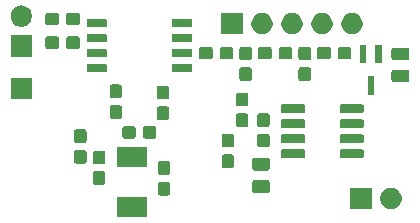
<source format=gbr>
G04 #@! TF.GenerationSoftware,KiCad,Pcbnew,(5.1.5)-3*
G04 #@! TF.CreationDate,2020-02-18T08:36:52+11:00*
G04 #@! TF.ProjectId,Heterodyne,48657465-726f-4647-996e-652e6b696361,rev?*
G04 #@! TF.SameCoordinates,Original*
G04 #@! TF.FileFunction,Soldermask,Top*
G04 #@! TF.FilePolarity,Negative*
%FSLAX46Y46*%
G04 Gerber Fmt 4.6, Leading zero omitted, Abs format (unit mm)*
G04 Created by KiCad (PCBNEW (5.1.5)-3) date 2020-02-18 08:36:52*
%MOMM*%
%LPD*%
G04 APERTURE LIST*
%ADD10C,0.100000*%
G04 APERTURE END LIST*
D10*
G36*
X114155051Y-64151284D02*
G01*
X114171446Y-64156258D01*
X114191078Y-64166751D01*
X114213717Y-64176128D01*
X114237750Y-64180908D01*
X114262254Y-64180908D01*
X114286287Y-64176127D01*
X114308922Y-64166751D01*
X114328554Y-64156258D01*
X114344949Y-64151284D01*
X114368141Y-64149000D01*
X114781859Y-64149000D01*
X114805051Y-64151284D01*
X114821446Y-64156258D01*
X114841078Y-64166751D01*
X114863717Y-64176128D01*
X114887750Y-64180908D01*
X114912254Y-64180908D01*
X114936287Y-64176127D01*
X114958922Y-64166751D01*
X114978554Y-64156258D01*
X114994949Y-64151284D01*
X115018141Y-64149000D01*
X115431859Y-64149000D01*
X115455051Y-64151284D01*
X115471446Y-64156258D01*
X115491078Y-64166751D01*
X115513717Y-64176128D01*
X115537750Y-64180908D01*
X115562254Y-64180908D01*
X115586287Y-64176127D01*
X115608922Y-64166751D01*
X115628554Y-64156258D01*
X115644949Y-64151284D01*
X115668141Y-64149000D01*
X116081859Y-64149000D01*
X116105051Y-64151284D01*
X116121443Y-64156257D01*
X116136555Y-64164334D01*
X116149798Y-64175202D01*
X116160666Y-64188445D01*
X116168743Y-64203557D01*
X116173716Y-64219949D01*
X116176000Y-64243141D01*
X116176000Y-65781859D01*
X116173716Y-65805051D01*
X116168743Y-65821443D01*
X116160666Y-65836555D01*
X116149798Y-65849798D01*
X116136555Y-65860666D01*
X116121443Y-65868743D01*
X116105051Y-65873716D01*
X116081859Y-65876000D01*
X115668141Y-65876000D01*
X115644949Y-65873716D01*
X115628554Y-65868742D01*
X115608922Y-65858249D01*
X115586283Y-65848872D01*
X115562250Y-65844092D01*
X115537746Y-65844092D01*
X115513713Y-65848873D01*
X115491078Y-65858249D01*
X115471446Y-65868742D01*
X115455051Y-65873716D01*
X115431859Y-65876000D01*
X115018141Y-65876000D01*
X114994949Y-65873716D01*
X114978554Y-65868742D01*
X114958922Y-65858249D01*
X114936283Y-65848872D01*
X114912250Y-65844092D01*
X114887746Y-65844092D01*
X114863713Y-65848873D01*
X114841078Y-65858249D01*
X114821446Y-65868742D01*
X114805051Y-65873716D01*
X114781859Y-65876000D01*
X114368141Y-65876000D01*
X114344949Y-65873716D01*
X114328554Y-65868742D01*
X114308922Y-65858249D01*
X114286283Y-65848872D01*
X114262250Y-65844092D01*
X114237746Y-65844092D01*
X114213713Y-65848873D01*
X114191078Y-65858249D01*
X114171446Y-65868742D01*
X114155051Y-65873716D01*
X114131859Y-65876000D01*
X113718141Y-65876000D01*
X113694949Y-65873716D01*
X113678557Y-65868743D01*
X113663445Y-65860666D01*
X113650202Y-65849798D01*
X113639334Y-65836555D01*
X113631257Y-65821443D01*
X113626284Y-65805051D01*
X113624000Y-65781859D01*
X113624000Y-64243141D01*
X113626284Y-64219949D01*
X113631257Y-64203557D01*
X113639334Y-64188445D01*
X113650202Y-64175202D01*
X113663445Y-64164334D01*
X113678557Y-64156257D01*
X113694949Y-64151284D01*
X113718141Y-64149000D01*
X114131859Y-64149000D01*
X114155051Y-64151284D01*
G37*
G36*
X136913512Y-63403927D02*
G01*
X137062812Y-63433624D01*
X137226784Y-63501544D01*
X137374354Y-63600147D01*
X137499853Y-63725646D01*
X137598456Y-63873216D01*
X137666376Y-64037188D01*
X137701000Y-64211259D01*
X137701000Y-64388741D01*
X137666376Y-64562812D01*
X137598456Y-64726784D01*
X137499853Y-64874354D01*
X137374354Y-64999853D01*
X137226784Y-65098456D01*
X137062812Y-65166376D01*
X136913512Y-65196073D01*
X136888742Y-65201000D01*
X136711258Y-65201000D01*
X136686488Y-65196073D01*
X136537188Y-65166376D01*
X136373216Y-65098456D01*
X136225646Y-64999853D01*
X136100147Y-64874354D01*
X136001544Y-64726784D01*
X135933624Y-64562812D01*
X135899000Y-64388741D01*
X135899000Y-64211259D01*
X135933624Y-64037188D01*
X136001544Y-63873216D01*
X136100147Y-63725646D01*
X136225646Y-63600147D01*
X136373216Y-63501544D01*
X136537188Y-63433624D01*
X136686488Y-63403927D01*
X136711258Y-63399000D01*
X136888742Y-63399000D01*
X136913512Y-63403927D01*
G37*
G36*
X135161000Y-65201000D02*
G01*
X133359000Y-65201000D01*
X133359000Y-63399000D01*
X135161000Y-63399000D01*
X135161000Y-65201000D01*
G37*
G36*
X117964499Y-62903445D02*
G01*
X118001995Y-62914820D01*
X118036554Y-62933292D01*
X118066847Y-62958153D01*
X118091708Y-62988446D01*
X118110180Y-63023005D01*
X118121555Y-63060501D01*
X118126000Y-63105638D01*
X118126000Y-63844362D01*
X118121555Y-63889499D01*
X118110180Y-63926995D01*
X118091708Y-63961554D01*
X118066847Y-63991847D01*
X118036554Y-64016708D01*
X118001995Y-64035180D01*
X117964499Y-64046555D01*
X117919362Y-64051000D01*
X117280638Y-64051000D01*
X117235501Y-64046555D01*
X117198005Y-64035180D01*
X117163446Y-64016708D01*
X117133153Y-63991847D01*
X117108292Y-63961554D01*
X117089820Y-63926995D01*
X117078445Y-63889499D01*
X117074000Y-63844362D01*
X117074000Y-63105638D01*
X117078445Y-63060501D01*
X117089820Y-63023005D01*
X117108292Y-62988446D01*
X117133153Y-62958153D01*
X117163446Y-62933292D01*
X117198005Y-62914820D01*
X117235501Y-62903445D01*
X117280638Y-62899000D01*
X117919362Y-62899000D01*
X117964499Y-62903445D01*
G37*
G36*
X126384468Y-62741065D02*
G01*
X126423138Y-62752796D01*
X126458777Y-62771846D01*
X126490017Y-62797483D01*
X126515654Y-62828723D01*
X126534704Y-62864362D01*
X126546435Y-62903032D01*
X126551000Y-62949388D01*
X126551000Y-63600612D01*
X126546435Y-63646968D01*
X126534704Y-63685638D01*
X126515654Y-63721277D01*
X126490017Y-63752517D01*
X126458777Y-63778154D01*
X126423138Y-63797204D01*
X126384468Y-63808935D01*
X126338112Y-63813500D01*
X125261888Y-63813500D01*
X125215532Y-63808935D01*
X125176862Y-63797204D01*
X125141223Y-63778154D01*
X125109983Y-63752517D01*
X125084346Y-63721277D01*
X125065296Y-63685638D01*
X125053565Y-63646968D01*
X125049000Y-63600612D01*
X125049000Y-62949388D01*
X125053565Y-62903032D01*
X125065296Y-62864362D01*
X125084346Y-62828723D01*
X125109983Y-62797483D01*
X125141223Y-62771846D01*
X125176862Y-62752796D01*
X125215532Y-62741065D01*
X125261888Y-62736500D01*
X126338112Y-62736500D01*
X126384468Y-62741065D01*
G37*
G36*
X112464499Y-62003445D02*
G01*
X112501995Y-62014820D01*
X112536554Y-62033292D01*
X112566847Y-62058153D01*
X112591708Y-62088446D01*
X112610180Y-62123005D01*
X112621555Y-62160501D01*
X112626000Y-62205638D01*
X112626000Y-62944362D01*
X112621555Y-62989499D01*
X112610180Y-63026995D01*
X112591708Y-63061554D01*
X112566847Y-63091847D01*
X112536554Y-63116708D01*
X112501995Y-63135180D01*
X112464499Y-63146555D01*
X112419362Y-63151000D01*
X111780638Y-63151000D01*
X111735501Y-63146555D01*
X111698005Y-63135180D01*
X111663446Y-63116708D01*
X111633153Y-63091847D01*
X111608292Y-63061554D01*
X111589820Y-63026995D01*
X111578445Y-62989499D01*
X111574000Y-62944362D01*
X111574000Y-62205638D01*
X111578445Y-62160501D01*
X111589820Y-62123005D01*
X111608292Y-62088446D01*
X111633153Y-62058153D01*
X111663446Y-62033292D01*
X111698005Y-62014820D01*
X111735501Y-62003445D01*
X111780638Y-61999000D01*
X112419362Y-61999000D01*
X112464499Y-62003445D01*
G37*
G36*
X117964499Y-61153445D02*
G01*
X118001995Y-61164820D01*
X118036554Y-61183292D01*
X118066847Y-61208153D01*
X118091708Y-61238446D01*
X118110180Y-61273005D01*
X118121555Y-61310501D01*
X118126000Y-61355638D01*
X118126000Y-62094362D01*
X118121555Y-62139499D01*
X118110180Y-62176995D01*
X118091708Y-62211554D01*
X118066847Y-62241847D01*
X118036554Y-62266708D01*
X118001995Y-62285180D01*
X117964499Y-62296555D01*
X117919362Y-62301000D01*
X117280638Y-62301000D01*
X117235501Y-62296555D01*
X117198005Y-62285180D01*
X117163446Y-62266708D01*
X117133153Y-62241847D01*
X117108292Y-62211554D01*
X117089820Y-62176995D01*
X117078445Y-62139499D01*
X117074000Y-62094362D01*
X117074000Y-61355638D01*
X117078445Y-61310501D01*
X117089820Y-61273005D01*
X117108292Y-61238446D01*
X117133153Y-61208153D01*
X117163446Y-61183292D01*
X117198005Y-61164820D01*
X117235501Y-61153445D01*
X117280638Y-61149000D01*
X117919362Y-61149000D01*
X117964499Y-61153445D01*
G37*
G36*
X126384468Y-60866065D02*
G01*
X126423138Y-60877796D01*
X126458777Y-60896846D01*
X126490017Y-60922483D01*
X126515654Y-60953723D01*
X126534704Y-60989362D01*
X126546435Y-61028032D01*
X126551000Y-61074388D01*
X126551000Y-61725612D01*
X126546435Y-61771968D01*
X126534704Y-61810638D01*
X126515654Y-61846277D01*
X126490017Y-61877517D01*
X126458777Y-61903154D01*
X126423138Y-61922204D01*
X126384468Y-61933935D01*
X126338112Y-61938500D01*
X125261888Y-61938500D01*
X125215532Y-61933935D01*
X125176862Y-61922204D01*
X125141223Y-61903154D01*
X125109983Y-61877517D01*
X125084346Y-61846277D01*
X125065296Y-61810638D01*
X125053565Y-61771968D01*
X125049000Y-61725612D01*
X125049000Y-61074388D01*
X125053565Y-61028032D01*
X125065296Y-60989362D01*
X125084346Y-60953723D01*
X125109983Y-60922483D01*
X125141223Y-60896846D01*
X125176862Y-60877796D01*
X125215532Y-60866065D01*
X125261888Y-60861500D01*
X126338112Y-60861500D01*
X126384468Y-60866065D01*
G37*
G36*
X123364499Y-60578445D02*
G01*
X123401995Y-60589820D01*
X123436554Y-60608292D01*
X123466847Y-60633153D01*
X123491708Y-60663446D01*
X123510180Y-60698005D01*
X123521555Y-60735501D01*
X123526000Y-60780638D01*
X123526000Y-61519362D01*
X123521555Y-61564499D01*
X123510180Y-61601995D01*
X123491708Y-61636554D01*
X123466847Y-61666847D01*
X123436554Y-61691708D01*
X123401995Y-61710180D01*
X123364499Y-61721555D01*
X123319362Y-61726000D01*
X122680638Y-61726000D01*
X122635501Y-61721555D01*
X122598005Y-61710180D01*
X122563446Y-61691708D01*
X122533153Y-61666847D01*
X122508292Y-61636554D01*
X122489820Y-61601995D01*
X122478445Y-61564499D01*
X122474000Y-61519362D01*
X122474000Y-60780638D01*
X122478445Y-60735501D01*
X122489820Y-60698005D01*
X122508292Y-60663446D01*
X122533153Y-60633153D01*
X122563446Y-60608292D01*
X122598005Y-60589820D01*
X122635501Y-60578445D01*
X122680638Y-60574000D01*
X123319362Y-60574000D01*
X123364499Y-60578445D01*
G37*
G36*
X114155051Y-59926284D02*
G01*
X114171446Y-59931258D01*
X114191078Y-59941751D01*
X114213717Y-59951128D01*
X114237750Y-59955908D01*
X114262254Y-59955908D01*
X114286287Y-59951127D01*
X114308922Y-59941751D01*
X114328554Y-59931258D01*
X114344949Y-59926284D01*
X114368141Y-59924000D01*
X114781859Y-59924000D01*
X114805051Y-59926284D01*
X114821446Y-59931258D01*
X114841078Y-59941751D01*
X114863717Y-59951128D01*
X114887750Y-59955908D01*
X114912254Y-59955908D01*
X114936287Y-59951127D01*
X114958922Y-59941751D01*
X114978554Y-59931258D01*
X114994949Y-59926284D01*
X115018141Y-59924000D01*
X115431859Y-59924000D01*
X115455051Y-59926284D01*
X115471446Y-59931258D01*
X115491078Y-59941751D01*
X115513717Y-59951128D01*
X115537750Y-59955908D01*
X115562254Y-59955908D01*
X115586287Y-59951127D01*
X115608922Y-59941751D01*
X115628554Y-59931258D01*
X115644949Y-59926284D01*
X115668141Y-59924000D01*
X116081859Y-59924000D01*
X116105051Y-59926284D01*
X116121443Y-59931257D01*
X116136555Y-59939334D01*
X116149798Y-59950202D01*
X116160666Y-59963445D01*
X116168743Y-59978557D01*
X116173716Y-59994949D01*
X116176000Y-60018141D01*
X116176000Y-61556859D01*
X116173716Y-61580051D01*
X116168743Y-61596443D01*
X116160666Y-61611555D01*
X116149798Y-61624798D01*
X116136555Y-61635666D01*
X116121443Y-61643743D01*
X116105051Y-61648716D01*
X116081859Y-61651000D01*
X115668141Y-61651000D01*
X115644949Y-61648716D01*
X115628554Y-61643742D01*
X115608922Y-61633249D01*
X115586283Y-61623872D01*
X115562250Y-61619092D01*
X115537746Y-61619092D01*
X115513713Y-61623873D01*
X115491078Y-61633249D01*
X115471446Y-61643742D01*
X115455051Y-61648716D01*
X115431859Y-61651000D01*
X115018141Y-61651000D01*
X114994949Y-61648716D01*
X114978554Y-61643742D01*
X114958922Y-61633249D01*
X114936283Y-61623872D01*
X114912250Y-61619092D01*
X114887746Y-61619092D01*
X114863713Y-61623873D01*
X114841078Y-61633249D01*
X114821446Y-61643742D01*
X114805051Y-61648716D01*
X114781859Y-61651000D01*
X114368141Y-61651000D01*
X114344949Y-61648716D01*
X114328554Y-61643742D01*
X114308922Y-61633249D01*
X114286283Y-61623872D01*
X114262250Y-61619092D01*
X114237746Y-61619092D01*
X114213713Y-61623873D01*
X114191078Y-61633249D01*
X114171446Y-61643742D01*
X114155051Y-61648716D01*
X114131859Y-61651000D01*
X113718141Y-61651000D01*
X113694949Y-61648716D01*
X113678557Y-61643743D01*
X113663445Y-61635666D01*
X113650202Y-61624798D01*
X113639334Y-61611555D01*
X113631257Y-61596443D01*
X113626284Y-61580051D01*
X113624000Y-61556859D01*
X113624000Y-60018141D01*
X113626284Y-59994949D01*
X113631257Y-59978557D01*
X113639334Y-59963445D01*
X113650202Y-59950202D01*
X113663445Y-59939334D01*
X113678557Y-59931257D01*
X113694949Y-59926284D01*
X113718141Y-59924000D01*
X114131859Y-59924000D01*
X114155051Y-59926284D01*
G37*
G36*
X112464499Y-60253445D02*
G01*
X112501995Y-60264820D01*
X112536554Y-60283292D01*
X112566847Y-60308153D01*
X112591708Y-60338446D01*
X112610180Y-60373005D01*
X112621555Y-60410501D01*
X112626000Y-60455638D01*
X112626000Y-61194362D01*
X112621555Y-61239499D01*
X112610180Y-61276995D01*
X112591708Y-61311554D01*
X112566847Y-61341847D01*
X112536554Y-61366708D01*
X112501995Y-61385180D01*
X112464499Y-61396555D01*
X112419362Y-61401000D01*
X111780638Y-61401000D01*
X111735501Y-61396555D01*
X111698005Y-61385180D01*
X111663446Y-61366708D01*
X111633153Y-61341847D01*
X111608292Y-61311554D01*
X111589820Y-61276995D01*
X111578445Y-61239499D01*
X111574000Y-61194362D01*
X111574000Y-60455638D01*
X111578445Y-60410501D01*
X111589820Y-60373005D01*
X111608292Y-60338446D01*
X111633153Y-60308153D01*
X111663446Y-60283292D01*
X111698005Y-60264820D01*
X111735501Y-60253445D01*
X111780638Y-60249000D01*
X112419362Y-60249000D01*
X112464499Y-60253445D01*
G37*
G36*
X110864499Y-60203445D02*
G01*
X110901995Y-60214820D01*
X110936554Y-60233292D01*
X110966847Y-60258153D01*
X110991708Y-60288446D01*
X111010180Y-60323005D01*
X111021555Y-60360501D01*
X111026000Y-60405638D01*
X111026000Y-61144362D01*
X111021555Y-61189499D01*
X111010180Y-61226995D01*
X110991708Y-61261554D01*
X110966847Y-61291847D01*
X110936554Y-61316708D01*
X110901995Y-61335180D01*
X110864499Y-61346555D01*
X110819362Y-61351000D01*
X110180638Y-61351000D01*
X110135501Y-61346555D01*
X110098005Y-61335180D01*
X110063446Y-61316708D01*
X110033153Y-61291847D01*
X110008292Y-61261554D01*
X109989820Y-61226995D01*
X109978445Y-61189499D01*
X109974000Y-61144362D01*
X109974000Y-60405638D01*
X109978445Y-60360501D01*
X109989820Y-60323005D01*
X110008292Y-60288446D01*
X110033153Y-60258153D01*
X110063446Y-60233292D01*
X110098005Y-60214820D01*
X110135501Y-60203445D01*
X110180638Y-60199000D01*
X110819362Y-60199000D01*
X110864499Y-60203445D01*
G37*
G36*
X134409928Y-60156764D02*
G01*
X134431009Y-60163160D01*
X134450445Y-60173548D01*
X134467476Y-60187524D01*
X134481452Y-60204555D01*
X134491840Y-60223991D01*
X134498236Y-60245072D01*
X134501000Y-60273140D01*
X134501000Y-60736860D01*
X134498236Y-60764928D01*
X134491840Y-60786009D01*
X134481452Y-60805445D01*
X134467476Y-60822476D01*
X134450445Y-60836452D01*
X134431009Y-60846840D01*
X134409928Y-60853236D01*
X134381860Y-60856000D01*
X132568140Y-60856000D01*
X132540072Y-60853236D01*
X132518991Y-60846840D01*
X132499555Y-60836452D01*
X132482524Y-60822476D01*
X132468548Y-60805445D01*
X132458160Y-60786009D01*
X132451764Y-60764928D01*
X132449000Y-60736860D01*
X132449000Y-60273140D01*
X132451764Y-60245072D01*
X132458160Y-60223991D01*
X132468548Y-60204555D01*
X132482524Y-60187524D01*
X132499555Y-60173548D01*
X132518991Y-60163160D01*
X132540072Y-60156764D01*
X132568140Y-60154000D01*
X134381860Y-60154000D01*
X134409928Y-60156764D01*
G37*
G36*
X129459928Y-60156764D02*
G01*
X129481009Y-60163160D01*
X129500445Y-60173548D01*
X129517476Y-60187524D01*
X129531452Y-60204555D01*
X129541840Y-60223991D01*
X129548236Y-60245072D01*
X129551000Y-60273140D01*
X129551000Y-60736860D01*
X129548236Y-60764928D01*
X129541840Y-60786009D01*
X129531452Y-60805445D01*
X129517476Y-60822476D01*
X129500445Y-60836452D01*
X129481009Y-60846840D01*
X129459928Y-60853236D01*
X129431860Y-60856000D01*
X127618140Y-60856000D01*
X127590072Y-60853236D01*
X127568991Y-60846840D01*
X127549555Y-60836452D01*
X127532524Y-60822476D01*
X127518548Y-60805445D01*
X127508160Y-60786009D01*
X127501764Y-60764928D01*
X127499000Y-60736860D01*
X127499000Y-60273140D01*
X127501764Y-60245072D01*
X127508160Y-60223991D01*
X127518548Y-60204555D01*
X127532524Y-60187524D01*
X127549555Y-60173548D01*
X127568991Y-60163160D01*
X127590072Y-60156764D01*
X127618140Y-60154000D01*
X129431860Y-60154000D01*
X129459928Y-60156764D01*
G37*
G36*
X123364499Y-58828445D02*
G01*
X123401995Y-58839820D01*
X123436554Y-58858292D01*
X123466847Y-58883153D01*
X123491708Y-58913446D01*
X123510180Y-58948005D01*
X123521555Y-58985501D01*
X123526000Y-59030638D01*
X123526000Y-59769362D01*
X123521555Y-59814499D01*
X123510180Y-59851995D01*
X123491708Y-59886554D01*
X123466847Y-59916847D01*
X123436554Y-59941708D01*
X123401995Y-59960180D01*
X123364499Y-59971555D01*
X123319362Y-59976000D01*
X122680638Y-59976000D01*
X122635501Y-59971555D01*
X122598005Y-59960180D01*
X122563446Y-59941708D01*
X122533153Y-59916847D01*
X122508292Y-59886554D01*
X122489820Y-59851995D01*
X122478445Y-59814499D01*
X122474000Y-59769362D01*
X122474000Y-59030638D01*
X122478445Y-58985501D01*
X122489820Y-58948005D01*
X122508292Y-58913446D01*
X122533153Y-58883153D01*
X122563446Y-58858292D01*
X122598005Y-58839820D01*
X122635501Y-58828445D01*
X122680638Y-58824000D01*
X123319362Y-58824000D01*
X123364499Y-58828445D01*
G37*
G36*
X126364499Y-58828445D02*
G01*
X126401995Y-58839820D01*
X126436554Y-58858292D01*
X126466847Y-58883153D01*
X126491708Y-58913446D01*
X126510180Y-58948005D01*
X126521555Y-58985501D01*
X126526000Y-59030638D01*
X126526000Y-59769362D01*
X126521555Y-59814499D01*
X126510180Y-59851995D01*
X126491708Y-59886554D01*
X126466847Y-59916847D01*
X126436554Y-59941708D01*
X126401995Y-59960180D01*
X126364499Y-59971555D01*
X126319362Y-59976000D01*
X125680638Y-59976000D01*
X125635501Y-59971555D01*
X125598005Y-59960180D01*
X125563446Y-59941708D01*
X125533153Y-59916847D01*
X125508292Y-59886554D01*
X125489820Y-59851995D01*
X125478445Y-59814499D01*
X125474000Y-59769362D01*
X125474000Y-59030638D01*
X125478445Y-58985501D01*
X125489820Y-58948005D01*
X125508292Y-58913446D01*
X125533153Y-58883153D01*
X125563446Y-58858292D01*
X125598005Y-58839820D01*
X125635501Y-58828445D01*
X125680638Y-58824000D01*
X126319362Y-58824000D01*
X126364499Y-58828445D01*
G37*
G36*
X110864499Y-58453445D02*
G01*
X110901995Y-58464820D01*
X110936554Y-58483292D01*
X110966847Y-58508153D01*
X110991708Y-58538446D01*
X111010180Y-58573005D01*
X111021555Y-58610501D01*
X111026000Y-58655638D01*
X111026000Y-59394362D01*
X111021555Y-59439499D01*
X111010180Y-59476995D01*
X110991708Y-59511554D01*
X110966847Y-59541847D01*
X110936554Y-59566708D01*
X110901995Y-59585180D01*
X110864499Y-59596555D01*
X110819362Y-59601000D01*
X110180638Y-59601000D01*
X110135501Y-59596555D01*
X110098005Y-59585180D01*
X110063446Y-59566708D01*
X110033153Y-59541847D01*
X110008292Y-59511554D01*
X109989820Y-59476995D01*
X109978445Y-59439499D01*
X109974000Y-59394362D01*
X109974000Y-58655638D01*
X109978445Y-58610501D01*
X109989820Y-58573005D01*
X110008292Y-58538446D01*
X110033153Y-58508153D01*
X110063446Y-58483292D01*
X110098005Y-58464820D01*
X110135501Y-58453445D01*
X110180638Y-58449000D01*
X110819362Y-58449000D01*
X110864499Y-58453445D01*
G37*
G36*
X134409928Y-58886764D02*
G01*
X134431009Y-58893160D01*
X134450445Y-58903548D01*
X134467476Y-58917524D01*
X134481452Y-58934555D01*
X134491840Y-58953991D01*
X134498236Y-58975072D01*
X134501000Y-59003140D01*
X134501000Y-59466860D01*
X134498236Y-59494928D01*
X134491840Y-59516009D01*
X134481452Y-59535445D01*
X134467476Y-59552476D01*
X134450445Y-59566452D01*
X134431009Y-59576840D01*
X134409928Y-59583236D01*
X134381860Y-59586000D01*
X132568140Y-59586000D01*
X132540072Y-59583236D01*
X132518991Y-59576840D01*
X132499555Y-59566452D01*
X132482524Y-59552476D01*
X132468548Y-59535445D01*
X132458160Y-59516009D01*
X132451764Y-59494928D01*
X132449000Y-59466860D01*
X132449000Y-59003140D01*
X132451764Y-58975072D01*
X132458160Y-58953991D01*
X132468548Y-58934555D01*
X132482524Y-58917524D01*
X132499555Y-58903548D01*
X132518991Y-58893160D01*
X132540072Y-58886764D01*
X132568140Y-58884000D01*
X134381860Y-58884000D01*
X134409928Y-58886764D01*
G37*
G36*
X129459928Y-58886764D02*
G01*
X129481009Y-58893160D01*
X129500445Y-58903548D01*
X129517476Y-58917524D01*
X129531452Y-58934555D01*
X129541840Y-58953991D01*
X129548236Y-58975072D01*
X129551000Y-59003140D01*
X129551000Y-59466860D01*
X129548236Y-59494928D01*
X129541840Y-59516009D01*
X129531452Y-59535445D01*
X129517476Y-59552476D01*
X129500445Y-59566452D01*
X129481009Y-59576840D01*
X129459928Y-59583236D01*
X129431860Y-59586000D01*
X127618140Y-59586000D01*
X127590072Y-59583236D01*
X127568991Y-59576840D01*
X127549555Y-59566452D01*
X127532524Y-59552476D01*
X127518548Y-59535445D01*
X127508160Y-59516009D01*
X127501764Y-59494928D01*
X127499000Y-59466860D01*
X127499000Y-59003140D01*
X127501764Y-58975072D01*
X127508160Y-58953991D01*
X127518548Y-58934555D01*
X127532524Y-58917524D01*
X127549555Y-58903548D01*
X127568991Y-58893160D01*
X127590072Y-58886764D01*
X127618140Y-58884000D01*
X129431860Y-58884000D01*
X129459928Y-58886764D01*
G37*
G36*
X116789499Y-58178445D02*
G01*
X116826995Y-58189820D01*
X116861554Y-58208292D01*
X116891847Y-58233153D01*
X116916708Y-58263446D01*
X116935180Y-58298005D01*
X116946555Y-58335501D01*
X116951000Y-58380638D01*
X116951000Y-59019362D01*
X116946555Y-59064499D01*
X116935180Y-59101995D01*
X116916708Y-59136554D01*
X116891847Y-59166847D01*
X116861554Y-59191708D01*
X116826995Y-59210180D01*
X116789499Y-59221555D01*
X116744362Y-59226000D01*
X116005638Y-59226000D01*
X115960501Y-59221555D01*
X115923005Y-59210180D01*
X115888446Y-59191708D01*
X115858153Y-59166847D01*
X115833292Y-59136554D01*
X115814820Y-59101995D01*
X115803445Y-59064499D01*
X115799000Y-59019362D01*
X115799000Y-58380638D01*
X115803445Y-58335501D01*
X115814820Y-58298005D01*
X115833292Y-58263446D01*
X115858153Y-58233153D01*
X115888446Y-58208292D01*
X115923005Y-58189820D01*
X115960501Y-58178445D01*
X116005638Y-58174000D01*
X116744362Y-58174000D01*
X116789499Y-58178445D01*
G37*
G36*
X115039499Y-58178445D02*
G01*
X115076995Y-58189820D01*
X115111554Y-58208292D01*
X115141847Y-58233153D01*
X115166708Y-58263446D01*
X115185180Y-58298005D01*
X115196555Y-58335501D01*
X115201000Y-58380638D01*
X115201000Y-59019362D01*
X115196555Y-59064499D01*
X115185180Y-59101995D01*
X115166708Y-59136554D01*
X115141847Y-59166847D01*
X115111554Y-59191708D01*
X115076995Y-59210180D01*
X115039499Y-59221555D01*
X114994362Y-59226000D01*
X114255638Y-59226000D01*
X114210501Y-59221555D01*
X114173005Y-59210180D01*
X114138446Y-59191708D01*
X114108153Y-59166847D01*
X114083292Y-59136554D01*
X114064820Y-59101995D01*
X114053445Y-59064499D01*
X114049000Y-59019362D01*
X114049000Y-58380638D01*
X114053445Y-58335501D01*
X114064820Y-58298005D01*
X114083292Y-58263446D01*
X114108153Y-58233153D01*
X114138446Y-58208292D01*
X114173005Y-58189820D01*
X114210501Y-58178445D01*
X114255638Y-58174000D01*
X114994362Y-58174000D01*
X115039499Y-58178445D01*
G37*
G36*
X129459928Y-57616764D02*
G01*
X129481009Y-57623160D01*
X129500445Y-57633548D01*
X129517476Y-57647524D01*
X129531452Y-57664555D01*
X129541840Y-57683991D01*
X129548236Y-57705072D01*
X129551000Y-57733140D01*
X129551000Y-58196860D01*
X129548236Y-58224928D01*
X129541840Y-58246009D01*
X129531452Y-58265445D01*
X129517476Y-58282476D01*
X129500445Y-58296452D01*
X129481009Y-58306840D01*
X129459928Y-58313236D01*
X129431860Y-58316000D01*
X127618140Y-58316000D01*
X127590072Y-58313236D01*
X127568991Y-58306840D01*
X127549555Y-58296452D01*
X127532524Y-58282476D01*
X127518548Y-58265445D01*
X127508160Y-58246009D01*
X127501764Y-58224928D01*
X127499000Y-58196860D01*
X127499000Y-57733140D01*
X127501764Y-57705072D01*
X127508160Y-57683991D01*
X127518548Y-57664555D01*
X127532524Y-57647524D01*
X127549555Y-57633548D01*
X127568991Y-57623160D01*
X127590072Y-57616764D01*
X127618140Y-57614000D01*
X129431860Y-57614000D01*
X129459928Y-57616764D01*
G37*
G36*
X134409928Y-57616764D02*
G01*
X134431009Y-57623160D01*
X134450445Y-57633548D01*
X134467476Y-57647524D01*
X134481452Y-57664555D01*
X134491840Y-57683991D01*
X134498236Y-57705072D01*
X134501000Y-57733140D01*
X134501000Y-58196860D01*
X134498236Y-58224928D01*
X134491840Y-58246009D01*
X134481452Y-58265445D01*
X134467476Y-58282476D01*
X134450445Y-58296452D01*
X134431009Y-58306840D01*
X134409928Y-58313236D01*
X134381860Y-58316000D01*
X132568140Y-58316000D01*
X132540072Y-58313236D01*
X132518991Y-58306840D01*
X132499555Y-58296452D01*
X132482524Y-58282476D01*
X132468548Y-58265445D01*
X132458160Y-58246009D01*
X132451764Y-58224928D01*
X132449000Y-58196860D01*
X132449000Y-57733140D01*
X132451764Y-57705072D01*
X132458160Y-57683991D01*
X132468548Y-57664555D01*
X132482524Y-57647524D01*
X132499555Y-57633548D01*
X132518991Y-57623160D01*
X132540072Y-57616764D01*
X132568140Y-57614000D01*
X134381860Y-57614000D01*
X134409928Y-57616764D01*
G37*
G36*
X124564499Y-57103445D02*
G01*
X124601995Y-57114820D01*
X124636554Y-57133292D01*
X124666847Y-57158153D01*
X124691708Y-57188446D01*
X124710180Y-57223005D01*
X124721555Y-57260501D01*
X124726000Y-57305638D01*
X124726000Y-58044362D01*
X124721555Y-58089499D01*
X124710180Y-58126995D01*
X124691708Y-58161554D01*
X124666847Y-58191847D01*
X124636554Y-58216708D01*
X124601995Y-58235180D01*
X124564499Y-58246555D01*
X124519362Y-58251000D01*
X123880638Y-58251000D01*
X123835501Y-58246555D01*
X123798005Y-58235180D01*
X123763446Y-58216708D01*
X123733153Y-58191847D01*
X123708292Y-58161554D01*
X123689820Y-58126995D01*
X123678445Y-58089499D01*
X123674000Y-58044362D01*
X123674000Y-57305638D01*
X123678445Y-57260501D01*
X123689820Y-57223005D01*
X123708292Y-57188446D01*
X123733153Y-57158153D01*
X123763446Y-57133292D01*
X123798005Y-57114820D01*
X123835501Y-57103445D01*
X123880638Y-57099000D01*
X124519362Y-57099000D01*
X124564499Y-57103445D01*
G37*
G36*
X126364499Y-57078445D02*
G01*
X126401995Y-57089820D01*
X126436554Y-57108292D01*
X126466847Y-57133153D01*
X126491708Y-57163446D01*
X126510180Y-57198005D01*
X126521555Y-57235501D01*
X126526000Y-57280638D01*
X126526000Y-58019362D01*
X126521555Y-58064499D01*
X126510180Y-58101995D01*
X126491708Y-58136554D01*
X126466847Y-58166847D01*
X126436554Y-58191708D01*
X126401995Y-58210180D01*
X126364499Y-58221555D01*
X126319362Y-58226000D01*
X125680638Y-58226000D01*
X125635501Y-58221555D01*
X125598005Y-58210180D01*
X125563446Y-58191708D01*
X125533153Y-58166847D01*
X125508292Y-58136554D01*
X125489820Y-58101995D01*
X125478445Y-58064499D01*
X125474000Y-58019362D01*
X125474000Y-57280638D01*
X125478445Y-57235501D01*
X125489820Y-57198005D01*
X125508292Y-57163446D01*
X125533153Y-57133153D01*
X125563446Y-57108292D01*
X125598005Y-57089820D01*
X125635501Y-57078445D01*
X125680638Y-57074000D01*
X126319362Y-57074000D01*
X126364499Y-57078445D01*
G37*
G36*
X117864499Y-56503445D02*
G01*
X117901995Y-56514820D01*
X117936554Y-56533292D01*
X117966847Y-56558153D01*
X117991708Y-56588446D01*
X118010180Y-56623005D01*
X118021555Y-56660501D01*
X118026000Y-56705638D01*
X118026000Y-57444362D01*
X118021555Y-57489499D01*
X118010180Y-57526995D01*
X117991708Y-57561554D01*
X117966847Y-57591847D01*
X117936554Y-57616708D01*
X117901995Y-57635180D01*
X117864499Y-57646555D01*
X117819362Y-57651000D01*
X117180638Y-57651000D01*
X117135501Y-57646555D01*
X117098005Y-57635180D01*
X117063446Y-57616708D01*
X117033153Y-57591847D01*
X117008292Y-57561554D01*
X116989820Y-57526995D01*
X116978445Y-57489499D01*
X116974000Y-57444362D01*
X116974000Y-56705638D01*
X116978445Y-56660501D01*
X116989820Y-56623005D01*
X117008292Y-56588446D01*
X117033153Y-56558153D01*
X117063446Y-56533292D01*
X117098005Y-56514820D01*
X117135501Y-56503445D01*
X117180638Y-56499000D01*
X117819362Y-56499000D01*
X117864499Y-56503445D01*
G37*
G36*
X113864499Y-56403445D02*
G01*
X113901995Y-56414820D01*
X113936554Y-56433292D01*
X113966847Y-56458153D01*
X113991708Y-56488446D01*
X114010180Y-56523005D01*
X114021555Y-56560501D01*
X114026000Y-56605638D01*
X114026000Y-57344362D01*
X114021555Y-57389499D01*
X114010180Y-57426995D01*
X113991708Y-57461554D01*
X113966847Y-57491847D01*
X113936554Y-57516708D01*
X113901995Y-57535180D01*
X113864499Y-57546555D01*
X113819362Y-57551000D01*
X113180638Y-57551000D01*
X113135501Y-57546555D01*
X113098005Y-57535180D01*
X113063446Y-57516708D01*
X113033153Y-57491847D01*
X113008292Y-57461554D01*
X112989820Y-57426995D01*
X112978445Y-57389499D01*
X112974000Y-57344362D01*
X112974000Y-56605638D01*
X112978445Y-56560501D01*
X112989820Y-56523005D01*
X113008292Y-56488446D01*
X113033153Y-56458153D01*
X113063446Y-56433292D01*
X113098005Y-56414820D01*
X113135501Y-56403445D01*
X113180638Y-56399000D01*
X113819362Y-56399000D01*
X113864499Y-56403445D01*
G37*
G36*
X129459928Y-56346764D02*
G01*
X129481009Y-56353160D01*
X129500445Y-56363548D01*
X129517476Y-56377524D01*
X129531452Y-56394555D01*
X129541840Y-56413991D01*
X129548236Y-56435072D01*
X129551000Y-56463140D01*
X129551000Y-56926860D01*
X129548236Y-56954928D01*
X129541840Y-56976009D01*
X129531452Y-56995445D01*
X129517476Y-57012476D01*
X129500445Y-57026452D01*
X129481009Y-57036840D01*
X129459928Y-57043236D01*
X129431860Y-57046000D01*
X127618140Y-57046000D01*
X127590072Y-57043236D01*
X127568991Y-57036840D01*
X127549555Y-57026452D01*
X127532524Y-57012476D01*
X127518548Y-56995445D01*
X127508160Y-56976009D01*
X127501764Y-56954928D01*
X127499000Y-56926860D01*
X127499000Y-56463140D01*
X127501764Y-56435072D01*
X127508160Y-56413991D01*
X127518548Y-56394555D01*
X127532524Y-56377524D01*
X127549555Y-56363548D01*
X127568991Y-56353160D01*
X127590072Y-56346764D01*
X127618140Y-56344000D01*
X129431860Y-56344000D01*
X129459928Y-56346764D01*
G37*
G36*
X134409928Y-56346764D02*
G01*
X134431009Y-56353160D01*
X134450445Y-56363548D01*
X134467476Y-56377524D01*
X134481452Y-56394555D01*
X134491840Y-56413991D01*
X134498236Y-56435072D01*
X134501000Y-56463140D01*
X134501000Y-56926860D01*
X134498236Y-56954928D01*
X134491840Y-56976009D01*
X134481452Y-56995445D01*
X134467476Y-57012476D01*
X134450445Y-57026452D01*
X134431009Y-57036840D01*
X134409928Y-57043236D01*
X134381860Y-57046000D01*
X132568140Y-57046000D01*
X132540072Y-57043236D01*
X132518991Y-57036840D01*
X132499555Y-57026452D01*
X132482524Y-57012476D01*
X132468548Y-56995445D01*
X132458160Y-56976009D01*
X132451764Y-56954928D01*
X132449000Y-56926860D01*
X132449000Y-56463140D01*
X132451764Y-56435072D01*
X132458160Y-56413991D01*
X132468548Y-56394555D01*
X132482524Y-56377524D01*
X132499555Y-56363548D01*
X132518991Y-56353160D01*
X132540072Y-56346764D01*
X132568140Y-56344000D01*
X134381860Y-56344000D01*
X134409928Y-56346764D01*
G37*
G36*
X124564499Y-55353445D02*
G01*
X124601995Y-55364820D01*
X124636554Y-55383292D01*
X124666847Y-55408153D01*
X124691708Y-55438446D01*
X124710180Y-55473005D01*
X124721555Y-55510501D01*
X124726000Y-55555638D01*
X124726000Y-56294362D01*
X124721555Y-56339499D01*
X124710180Y-56376995D01*
X124691708Y-56411554D01*
X124666847Y-56441847D01*
X124636554Y-56466708D01*
X124601995Y-56485180D01*
X124564499Y-56496555D01*
X124519362Y-56501000D01*
X123880638Y-56501000D01*
X123835501Y-56496555D01*
X123798005Y-56485180D01*
X123763446Y-56466708D01*
X123733153Y-56441847D01*
X123708292Y-56411554D01*
X123689820Y-56376995D01*
X123678445Y-56339499D01*
X123674000Y-56294362D01*
X123674000Y-55555638D01*
X123678445Y-55510501D01*
X123689820Y-55473005D01*
X123708292Y-55438446D01*
X123733153Y-55408153D01*
X123763446Y-55383292D01*
X123798005Y-55364820D01*
X123835501Y-55353445D01*
X123880638Y-55349000D01*
X124519362Y-55349000D01*
X124564499Y-55353445D01*
G37*
G36*
X117864499Y-54753445D02*
G01*
X117901995Y-54764820D01*
X117936554Y-54783292D01*
X117966847Y-54808153D01*
X117991708Y-54838446D01*
X118010180Y-54873005D01*
X118021555Y-54910501D01*
X118026000Y-54955638D01*
X118026000Y-55694362D01*
X118021555Y-55739499D01*
X118010180Y-55776995D01*
X117991708Y-55811554D01*
X117966847Y-55841847D01*
X117936554Y-55866708D01*
X117901995Y-55885180D01*
X117864499Y-55896555D01*
X117819362Y-55901000D01*
X117180638Y-55901000D01*
X117135501Y-55896555D01*
X117098005Y-55885180D01*
X117063446Y-55866708D01*
X117033153Y-55841847D01*
X117008292Y-55811554D01*
X116989820Y-55776995D01*
X116978445Y-55739499D01*
X116974000Y-55694362D01*
X116974000Y-54955638D01*
X116978445Y-54910501D01*
X116989820Y-54873005D01*
X117008292Y-54838446D01*
X117033153Y-54808153D01*
X117063446Y-54783292D01*
X117098005Y-54764820D01*
X117135501Y-54753445D01*
X117180638Y-54749000D01*
X117819362Y-54749000D01*
X117864499Y-54753445D01*
G37*
G36*
X106401000Y-55901000D02*
G01*
X104599000Y-55901000D01*
X104599000Y-54099000D01*
X106401000Y-54099000D01*
X106401000Y-55901000D01*
G37*
G36*
X113864499Y-54653445D02*
G01*
X113901995Y-54664820D01*
X113936554Y-54683292D01*
X113966847Y-54708153D01*
X113991708Y-54738446D01*
X114010180Y-54773005D01*
X114021555Y-54810501D01*
X114026000Y-54855638D01*
X114026000Y-55594362D01*
X114021555Y-55639499D01*
X114010180Y-55676995D01*
X113991708Y-55711554D01*
X113966847Y-55741847D01*
X113936554Y-55766708D01*
X113901995Y-55785180D01*
X113864499Y-55796555D01*
X113819362Y-55801000D01*
X113180638Y-55801000D01*
X113135501Y-55796555D01*
X113098005Y-55785180D01*
X113063446Y-55766708D01*
X113033153Y-55741847D01*
X113008292Y-55711554D01*
X112989820Y-55676995D01*
X112978445Y-55639499D01*
X112974000Y-55594362D01*
X112974000Y-54855638D01*
X112978445Y-54810501D01*
X112989820Y-54773005D01*
X113008292Y-54738446D01*
X113033153Y-54708153D01*
X113063446Y-54683292D01*
X113098005Y-54664820D01*
X113135501Y-54653445D01*
X113180638Y-54649000D01*
X113819362Y-54649000D01*
X113864499Y-54653445D01*
G37*
G36*
X135376000Y-55531000D02*
G01*
X134824000Y-55531000D01*
X134824000Y-53929000D01*
X135376000Y-53929000D01*
X135376000Y-55531000D01*
G37*
G36*
X138184468Y-53403565D02*
G01*
X138223138Y-53415296D01*
X138258777Y-53434346D01*
X138290017Y-53459983D01*
X138315654Y-53491223D01*
X138334704Y-53526862D01*
X138346435Y-53565532D01*
X138351000Y-53611888D01*
X138351000Y-54263112D01*
X138346435Y-54309468D01*
X138334704Y-54348138D01*
X138315654Y-54383777D01*
X138290017Y-54415017D01*
X138258777Y-54440654D01*
X138223138Y-54459704D01*
X138184468Y-54471435D01*
X138138112Y-54476000D01*
X137061888Y-54476000D01*
X137015532Y-54471435D01*
X136976862Y-54459704D01*
X136941223Y-54440654D01*
X136909983Y-54415017D01*
X136884346Y-54383777D01*
X136865296Y-54348138D01*
X136853565Y-54309468D01*
X136849000Y-54263112D01*
X136849000Y-53611888D01*
X136853565Y-53565532D01*
X136865296Y-53526862D01*
X136884346Y-53491223D01*
X136909983Y-53459983D01*
X136941223Y-53434346D01*
X136976862Y-53415296D01*
X137015532Y-53403565D01*
X137061888Y-53399000D01*
X138138112Y-53399000D01*
X138184468Y-53403565D01*
G37*
G36*
X124864499Y-53203445D02*
G01*
X124901995Y-53214820D01*
X124936554Y-53233292D01*
X124966847Y-53258153D01*
X124991708Y-53288446D01*
X125010180Y-53323005D01*
X125021555Y-53360501D01*
X125026000Y-53405638D01*
X125026000Y-54144362D01*
X125021555Y-54189499D01*
X125010180Y-54226995D01*
X124991708Y-54261554D01*
X124966847Y-54291847D01*
X124936554Y-54316708D01*
X124901995Y-54335180D01*
X124864499Y-54346555D01*
X124819362Y-54351000D01*
X124180638Y-54351000D01*
X124135501Y-54346555D01*
X124098005Y-54335180D01*
X124063446Y-54316708D01*
X124033153Y-54291847D01*
X124008292Y-54261554D01*
X123989820Y-54226995D01*
X123978445Y-54189499D01*
X123974000Y-54144362D01*
X123974000Y-53405638D01*
X123978445Y-53360501D01*
X123989820Y-53323005D01*
X124008292Y-53288446D01*
X124033153Y-53258153D01*
X124063446Y-53233292D01*
X124098005Y-53214820D01*
X124135501Y-53203445D01*
X124180638Y-53199000D01*
X124819362Y-53199000D01*
X124864499Y-53203445D01*
G37*
G36*
X129864499Y-53203445D02*
G01*
X129901995Y-53214820D01*
X129936554Y-53233292D01*
X129966847Y-53258153D01*
X129991708Y-53288446D01*
X130010180Y-53323005D01*
X130021555Y-53360501D01*
X130026000Y-53405638D01*
X130026000Y-54144362D01*
X130021555Y-54189499D01*
X130010180Y-54226995D01*
X129991708Y-54261554D01*
X129966847Y-54291847D01*
X129936554Y-54316708D01*
X129901995Y-54335180D01*
X129864499Y-54346555D01*
X129819362Y-54351000D01*
X129180638Y-54351000D01*
X129135501Y-54346555D01*
X129098005Y-54335180D01*
X129063446Y-54316708D01*
X129033153Y-54291847D01*
X129008292Y-54261554D01*
X128989820Y-54226995D01*
X128978445Y-54189499D01*
X128974000Y-54144362D01*
X128974000Y-53405638D01*
X128978445Y-53360501D01*
X128989820Y-53323005D01*
X129008292Y-53288446D01*
X129033153Y-53258153D01*
X129063446Y-53233292D01*
X129098005Y-53214820D01*
X129135501Y-53203445D01*
X129180638Y-53199000D01*
X129819362Y-53199000D01*
X129864499Y-53203445D01*
G37*
G36*
X119859928Y-52921764D02*
G01*
X119881009Y-52928160D01*
X119900445Y-52938548D01*
X119917476Y-52952524D01*
X119931452Y-52969555D01*
X119941840Y-52988991D01*
X119948236Y-53010072D01*
X119951000Y-53038140D01*
X119951000Y-53501860D01*
X119948236Y-53529928D01*
X119941840Y-53551009D01*
X119931452Y-53570445D01*
X119917476Y-53587476D01*
X119900445Y-53601452D01*
X119881009Y-53611840D01*
X119859928Y-53618236D01*
X119831860Y-53621000D01*
X118368140Y-53621000D01*
X118340072Y-53618236D01*
X118318991Y-53611840D01*
X118299555Y-53601452D01*
X118282524Y-53587476D01*
X118268548Y-53570445D01*
X118258160Y-53551009D01*
X118251764Y-53529928D01*
X118249000Y-53501860D01*
X118249000Y-53038140D01*
X118251764Y-53010072D01*
X118258160Y-52988991D01*
X118268548Y-52969555D01*
X118282524Y-52952524D01*
X118299555Y-52938548D01*
X118318991Y-52928160D01*
X118340072Y-52921764D01*
X118368140Y-52919000D01*
X119831860Y-52919000D01*
X119859928Y-52921764D01*
G37*
G36*
X112659928Y-52921764D02*
G01*
X112681009Y-52928160D01*
X112700445Y-52938548D01*
X112717476Y-52952524D01*
X112731452Y-52969555D01*
X112741840Y-52988991D01*
X112748236Y-53010072D01*
X112751000Y-53038140D01*
X112751000Y-53501860D01*
X112748236Y-53529928D01*
X112741840Y-53551009D01*
X112731452Y-53570445D01*
X112717476Y-53587476D01*
X112700445Y-53601452D01*
X112681009Y-53611840D01*
X112659928Y-53618236D01*
X112631860Y-53621000D01*
X111168140Y-53621000D01*
X111140072Y-53618236D01*
X111118991Y-53611840D01*
X111099555Y-53601452D01*
X111082524Y-53587476D01*
X111068548Y-53570445D01*
X111058160Y-53551009D01*
X111051764Y-53529928D01*
X111049000Y-53501860D01*
X111049000Y-53038140D01*
X111051764Y-53010072D01*
X111058160Y-52988991D01*
X111068548Y-52969555D01*
X111082524Y-52952524D01*
X111099555Y-52938548D01*
X111118991Y-52928160D01*
X111140072Y-52921764D01*
X111168140Y-52919000D01*
X112631860Y-52919000D01*
X112659928Y-52921764D01*
G37*
G36*
X134726000Y-52871000D02*
G01*
X134174000Y-52871000D01*
X134174000Y-51269000D01*
X134726000Y-51269000D01*
X134726000Y-52871000D01*
G37*
G36*
X136026000Y-52871000D02*
G01*
X135474000Y-52871000D01*
X135474000Y-51269000D01*
X136026000Y-51269000D01*
X136026000Y-52871000D01*
G37*
G36*
X138184468Y-51528565D02*
G01*
X138223138Y-51540296D01*
X138258777Y-51559346D01*
X138290017Y-51584983D01*
X138315654Y-51616223D01*
X138334704Y-51651862D01*
X138346435Y-51690532D01*
X138351000Y-51736888D01*
X138351000Y-52388112D01*
X138346435Y-52434468D01*
X138334704Y-52473138D01*
X138315654Y-52508777D01*
X138290017Y-52540017D01*
X138258777Y-52565654D01*
X138223138Y-52584704D01*
X138184468Y-52596435D01*
X138138112Y-52601000D01*
X137061888Y-52601000D01*
X137015532Y-52596435D01*
X136976862Y-52584704D01*
X136941223Y-52565654D01*
X136909983Y-52540017D01*
X136884346Y-52508777D01*
X136865296Y-52473138D01*
X136853565Y-52434468D01*
X136849000Y-52388112D01*
X136849000Y-51736888D01*
X136853565Y-51690532D01*
X136865296Y-51651862D01*
X136884346Y-51616223D01*
X136909983Y-51584983D01*
X136941223Y-51559346D01*
X136976862Y-51540296D01*
X137015532Y-51528565D01*
X137061888Y-51524000D01*
X138138112Y-51524000D01*
X138184468Y-51528565D01*
G37*
G36*
X129864499Y-51453445D02*
G01*
X129901995Y-51464820D01*
X129936554Y-51483292D01*
X129966847Y-51508153D01*
X129991708Y-51538446D01*
X130010180Y-51573005D01*
X130021555Y-51610501D01*
X130026000Y-51655638D01*
X130026000Y-52394362D01*
X130021555Y-52439499D01*
X130010180Y-52476995D01*
X129991708Y-52511554D01*
X129966847Y-52541847D01*
X129936554Y-52566708D01*
X129901995Y-52585180D01*
X129864499Y-52596555D01*
X129819362Y-52601000D01*
X129180638Y-52601000D01*
X129135501Y-52596555D01*
X129098005Y-52585180D01*
X129063446Y-52566708D01*
X129033153Y-52541847D01*
X129008292Y-52511554D01*
X128989820Y-52476995D01*
X128978445Y-52439499D01*
X128974000Y-52394362D01*
X128974000Y-51655638D01*
X128978445Y-51610501D01*
X128989820Y-51573005D01*
X129008292Y-51538446D01*
X129033153Y-51508153D01*
X129063446Y-51483292D01*
X129098005Y-51464820D01*
X129135501Y-51453445D01*
X129180638Y-51449000D01*
X129819362Y-51449000D01*
X129864499Y-51453445D01*
G37*
G36*
X124864499Y-51453445D02*
G01*
X124901995Y-51464820D01*
X124936554Y-51483292D01*
X124966847Y-51508153D01*
X124991708Y-51538446D01*
X125010180Y-51573005D01*
X125021555Y-51610501D01*
X125026000Y-51655638D01*
X125026000Y-52394362D01*
X125021555Y-52439499D01*
X125010180Y-52476995D01*
X124991708Y-52511554D01*
X124966847Y-52541847D01*
X124936554Y-52566708D01*
X124901995Y-52585180D01*
X124864499Y-52596555D01*
X124819362Y-52601000D01*
X124180638Y-52601000D01*
X124135501Y-52596555D01*
X124098005Y-52585180D01*
X124063446Y-52566708D01*
X124033153Y-52541847D01*
X124008292Y-52511554D01*
X123989820Y-52476995D01*
X123978445Y-52439499D01*
X123974000Y-52394362D01*
X123974000Y-51655638D01*
X123978445Y-51610501D01*
X123989820Y-51573005D01*
X124008292Y-51538446D01*
X124033153Y-51508153D01*
X124063446Y-51483292D01*
X124098005Y-51464820D01*
X124135501Y-51453445D01*
X124180638Y-51449000D01*
X124819362Y-51449000D01*
X124864499Y-51453445D01*
G37*
G36*
X126539499Y-51478445D02*
G01*
X126576995Y-51489820D01*
X126611554Y-51508292D01*
X126641847Y-51533153D01*
X126666708Y-51563446D01*
X126685180Y-51598005D01*
X126696555Y-51635501D01*
X126701000Y-51680638D01*
X126701000Y-52319362D01*
X126696555Y-52364499D01*
X126685180Y-52401995D01*
X126666708Y-52436554D01*
X126641847Y-52466847D01*
X126611554Y-52491708D01*
X126576995Y-52510180D01*
X126539499Y-52521555D01*
X126494362Y-52526000D01*
X125755638Y-52526000D01*
X125710501Y-52521555D01*
X125673005Y-52510180D01*
X125638446Y-52491708D01*
X125608153Y-52466847D01*
X125583292Y-52436554D01*
X125564820Y-52401995D01*
X125553445Y-52364499D01*
X125549000Y-52319362D01*
X125549000Y-51680638D01*
X125553445Y-51635501D01*
X125564820Y-51598005D01*
X125583292Y-51563446D01*
X125608153Y-51533153D01*
X125638446Y-51508292D01*
X125673005Y-51489820D01*
X125710501Y-51478445D01*
X125755638Y-51474000D01*
X126494362Y-51474000D01*
X126539499Y-51478445D01*
G37*
G36*
X123289499Y-51478445D02*
G01*
X123326995Y-51489820D01*
X123361554Y-51508292D01*
X123391847Y-51533153D01*
X123416708Y-51563446D01*
X123435180Y-51598005D01*
X123446555Y-51635501D01*
X123451000Y-51680638D01*
X123451000Y-52319362D01*
X123446555Y-52364499D01*
X123435180Y-52401995D01*
X123416708Y-52436554D01*
X123391847Y-52466847D01*
X123361554Y-52491708D01*
X123326995Y-52510180D01*
X123289499Y-52521555D01*
X123244362Y-52526000D01*
X122505638Y-52526000D01*
X122460501Y-52521555D01*
X122423005Y-52510180D01*
X122388446Y-52491708D01*
X122358153Y-52466847D01*
X122333292Y-52436554D01*
X122314820Y-52401995D01*
X122303445Y-52364499D01*
X122299000Y-52319362D01*
X122299000Y-51680638D01*
X122303445Y-51635501D01*
X122314820Y-51598005D01*
X122333292Y-51563446D01*
X122358153Y-51533153D01*
X122388446Y-51508292D01*
X122423005Y-51489820D01*
X122460501Y-51478445D01*
X122505638Y-51474000D01*
X123244362Y-51474000D01*
X123289499Y-51478445D01*
G37*
G36*
X131539499Y-51478445D02*
G01*
X131576995Y-51489820D01*
X131611554Y-51508292D01*
X131641847Y-51533153D01*
X131666708Y-51563446D01*
X131685180Y-51598005D01*
X131696555Y-51635501D01*
X131701000Y-51680638D01*
X131701000Y-52319362D01*
X131696555Y-52364499D01*
X131685180Y-52401995D01*
X131666708Y-52436554D01*
X131641847Y-52466847D01*
X131611554Y-52491708D01*
X131576995Y-52510180D01*
X131539499Y-52521555D01*
X131494362Y-52526000D01*
X130755638Y-52526000D01*
X130710501Y-52521555D01*
X130673005Y-52510180D01*
X130638446Y-52491708D01*
X130608153Y-52466847D01*
X130583292Y-52436554D01*
X130564820Y-52401995D01*
X130553445Y-52364499D01*
X130549000Y-52319362D01*
X130549000Y-51680638D01*
X130553445Y-51635501D01*
X130564820Y-51598005D01*
X130583292Y-51563446D01*
X130608153Y-51533153D01*
X130638446Y-51508292D01*
X130673005Y-51489820D01*
X130710501Y-51478445D01*
X130755638Y-51474000D01*
X131494362Y-51474000D01*
X131539499Y-51478445D01*
G37*
G36*
X121539499Y-51478445D02*
G01*
X121576995Y-51489820D01*
X121611554Y-51508292D01*
X121641847Y-51533153D01*
X121666708Y-51563446D01*
X121685180Y-51598005D01*
X121696555Y-51635501D01*
X121701000Y-51680638D01*
X121701000Y-52319362D01*
X121696555Y-52364499D01*
X121685180Y-52401995D01*
X121666708Y-52436554D01*
X121641847Y-52466847D01*
X121611554Y-52491708D01*
X121576995Y-52510180D01*
X121539499Y-52521555D01*
X121494362Y-52526000D01*
X120755638Y-52526000D01*
X120710501Y-52521555D01*
X120673005Y-52510180D01*
X120638446Y-52491708D01*
X120608153Y-52466847D01*
X120583292Y-52436554D01*
X120564820Y-52401995D01*
X120553445Y-52364499D01*
X120549000Y-52319362D01*
X120549000Y-51680638D01*
X120553445Y-51635501D01*
X120564820Y-51598005D01*
X120583292Y-51563446D01*
X120608153Y-51533153D01*
X120638446Y-51508292D01*
X120673005Y-51489820D01*
X120710501Y-51478445D01*
X120755638Y-51474000D01*
X121494362Y-51474000D01*
X121539499Y-51478445D01*
G37*
G36*
X128289499Y-51478445D02*
G01*
X128326995Y-51489820D01*
X128361554Y-51508292D01*
X128391847Y-51533153D01*
X128416708Y-51563446D01*
X128435180Y-51598005D01*
X128446555Y-51635501D01*
X128451000Y-51680638D01*
X128451000Y-52319362D01*
X128446555Y-52364499D01*
X128435180Y-52401995D01*
X128416708Y-52436554D01*
X128391847Y-52466847D01*
X128361554Y-52491708D01*
X128326995Y-52510180D01*
X128289499Y-52521555D01*
X128244362Y-52526000D01*
X127505638Y-52526000D01*
X127460501Y-52521555D01*
X127423005Y-52510180D01*
X127388446Y-52491708D01*
X127358153Y-52466847D01*
X127333292Y-52436554D01*
X127314820Y-52401995D01*
X127303445Y-52364499D01*
X127299000Y-52319362D01*
X127299000Y-51680638D01*
X127303445Y-51635501D01*
X127314820Y-51598005D01*
X127333292Y-51563446D01*
X127358153Y-51533153D01*
X127388446Y-51508292D01*
X127423005Y-51489820D01*
X127460501Y-51478445D01*
X127505638Y-51474000D01*
X128244362Y-51474000D01*
X128289499Y-51478445D01*
G37*
G36*
X133289499Y-51478445D02*
G01*
X133326995Y-51489820D01*
X133361554Y-51508292D01*
X133391847Y-51533153D01*
X133416708Y-51563446D01*
X133435180Y-51598005D01*
X133446555Y-51635501D01*
X133451000Y-51680638D01*
X133451000Y-52319362D01*
X133446555Y-52364499D01*
X133435180Y-52401995D01*
X133416708Y-52436554D01*
X133391847Y-52466847D01*
X133361554Y-52491708D01*
X133326995Y-52510180D01*
X133289499Y-52521555D01*
X133244362Y-52526000D01*
X132505638Y-52526000D01*
X132460501Y-52521555D01*
X132423005Y-52510180D01*
X132388446Y-52491708D01*
X132358153Y-52466847D01*
X132333292Y-52436554D01*
X132314820Y-52401995D01*
X132303445Y-52364499D01*
X132299000Y-52319362D01*
X132299000Y-51680638D01*
X132303445Y-51635501D01*
X132314820Y-51598005D01*
X132333292Y-51563446D01*
X132358153Y-51533153D01*
X132388446Y-51508292D01*
X132423005Y-51489820D01*
X132460501Y-51478445D01*
X132505638Y-51474000D01*
X133244362Y-51474000D01*
X133289499Y-51478445D01*
G37*
G36*
X112659928Y-51651764D02*
G01*
X112681009Y-51658160D01*
X112700445Y-51668548D01*
X112717476Y-51682524D01*
X112731452Y-51699555D01*
X112741840Y-51718991D01*
X112748236Y-51740072D01*
X112751000Y-51768140D01*
X112751000Y-52231860D01*
X112748236Y-52259928D01*
X112741840Y-52281009D01*
X112731452Y-52300445D01*
X112717476Y-52317476D01*
X112700445Y-52331452D01*
X112681009Y-52341840D01*
X112659928Y-52348236D01*
X112631860Y-52351000D01*
X111168140Y-52351000D01*
X111140072Y-52348236D01*
X111118991Y-52341840D01*
X111099555Y-52331452D01*
X111082524Y-52317476D01*
X111068548Y-52300445D01*
X111058160Y-52281009D01*
X111051764Y-52259928D01*
X111049000Y-52231860D01*
X111049000Y-51768140D01*
X111051764Y-51740072D01*
X111058160Y-51718991D01*
X111068548Y-51699555D01*
X111082524Y-51682524D01*
X111099555Y-51668548D01*
X111118991Y-51658160D01*
X111140072Y-51651764D01*
X111168140Y-51649000D01*
X112631860Y-51649000D01*
X112659928Y-51651764D01*
G37*
G36*
X119859928Y-51651764D02*
G01*
X119881009Y-51658160D01*
X119900445Y-51668548D01*
X119917476Y-51682524D01*
X119931452Y-51699555D01*
X119941840Y-51718991D01*
X119948236Y-51740072D01*
X119951000Y-51768140D01*
X119951000Y-52231860D01*
X119948236Y-52259928D01*
X119941840Y-52281009D01*
X119931452Y-52300445D01*
X119917476Y-52317476D01*
X119900445Y-52331452D01*
X119881009Y-52341840D01*
X119859928Y-52348236D01*
X119831860Y-52351000D01*
X118368140Y-52351000D01*
X118340072Y-52348236D01*
X118318991Y-52341840D01*
X118299555Y-52331452D01*
X118282524Y-52317476D01*
X118268548Y-52300445D01*
X118258160Y-52281009D01*
X118251764Y-52259928D01*
X118249000Y-52231860D01*
X118249000Y-51768140D01*
X118251764Y-51740072D01*
X118258160Y-51718991D01*
X118268548Y-51699555D01*
X118282524Y-51682524D01*
X118299555Y-51668548D01*
X118318991Y-51658160D01*
X118340072Y-51651764D01*
X118368140Y-51649000D01*
X119831860Y-51649000D01*
X119859928Y-51651764D01*
G37*
G36*
X106401000Y-52301000D02*
G01*
X104599000Y-52301000D01*
X104599000Y-50499000D01*
X106401000Y-50499000D01*
X106401000Y-52301000D01*
G37*
G36*
X110289499Y-50578445D02*
G01*
X110326995Y-50589820D01*
X110361554Y-50608292D01*
X110391847Y-50633153D01*
X110416708Y-50663446D01*
X110435180Y-50698005D01*
X110446555Y-50735501D01*
X110451000Y-50780638D01*
X110451000Y-51419362D01*
X110446555Y-51464499D01*
X110435180Y-51501995D01*
X110416708Y-51536554D01*
X110391847Y-51566847D01*
X110361554Y-51591708D01*
X110326995Y-51610180D01*
X110289499Y-51621555D01*
X110244362Y-51626000D01*
X109505638Y-51626000D01*
X109460501Y-51621555D01*
X109423005Y-51610180D01*
X109388446Y-51591708D01*
X109358153Y-51566847D01*
X109333292Y-51536554D01*
X109314820Y-51501995D01*
X109303445Y-51464499D01*
X109299000Y-51419362D01*
X109299000Y-50780638D01*
X109303445Y-50735501D01*
X109314820Y-50698005D01*
X109333292Y-50663446D01*
X109358153Y-50633153D01*
X109388446Y-50608292D01*
X109423005Y-50589820D01*
X109460501Y-50578445D01*
X109505638Y-50574000D01*
X110244362Y-50574000D01*
X110289499Y-50578445D01*
G37*
G36*
X108539499Y-50578445D02*
G01*
X108576995Y-50589820D01*
X108611554Y-50608292D01*
X108641847Y-50633153D01*
X108666708Y-50663446D01*
X108685180Y-50698005D01*
X108696555Y-50735501D01*
X108701000Y-50780638D01*
X108701000Y-51419362D01*
X108696555Y-51464499D01*
X108685180Y-51501995D01*
X108666708Y-51536554D01*
X108641847Y-51566847D01*
X108611554Y-51591708D01*
X108576995Y-51610180D01*
X108539499Y-51621555D01*
X108494362Y-51626000D01*
X107755638Y-51626000D01*
X107710501Y-51621555D01*
X107673005Y-51610180D01*
X107638446Y-51591708D01*
X107608153Y-51566847D01*
X107583292Y-51536554D01*
X107564820Y-51501995D01*
X107553445Y-51464499D01*
X107549000Y-51419362D01*
X107549000Y-50780638D01*
X107553445Y-50735501D01*
X107564820Y-50698005D01*
X107583292Y-50663446D01*
X107608153Y-50633153D01*
X107638446Y-50608292D01*
X107673005Y-50589820D01*
X107710501Y-50578445D01*
X107755638Y-50574000D01*
X108494362Y-50574000D01*
X108539499Y-50578445D01*
G37*
G36*
X112659928Y-50381764D02*
G01*
X112681009Y-50388160D01*
X112700445Y-50398548D01*
X112717476Y-50412524D01*
X112731452Y-50429555D01*
X112741840Y-50448991D01*
X112748236Y-50470072D01*
X112751000Y-50498140D01*
X112751000Y-50961860D01*
X112748236Y-50989928D01*
X112741840Y-51011009D01*
X112731452Y-51030445D01*
X112717476Y-51047476D01*
X112700445Y-51061452D01*
X112681009Y-51071840D01*
X112659928Y-51078236D01*
X112631860Y-51081000D01*
X111168140Y-51081000D01*
X111140072Y-51078236D01*
X111118991Y-51071840D01*
X111099555Y-51061452D01*
X111082524Y-51047476D01*
X111068548Y-51030445D01*
X111058160Y-51011009D01*
X111051764Y-50989928D01*
X111049000Y-50961860D01*
X111049000Y-50498140D01*
X111051764Y-50470072D01*
X111058160Y-50448991D01*
X111068548Y-50429555D01*
X111082524Y-50412524D01*
X111099555Y-50398548D01*
X111118991Y-50388160D01*
X111140072Y-50381764D01*
X111168140Y-50379000D01*
X112631860Y-50379000D01*
X112659928Y-50381764D01*
G37*
G36*
X119859928Y-50381764D02*
G01*
X119881009Y-50388160D01*
X119900445Y-50398548D01*
X119917476Y-50412524D01*
X119931452Y-50429555D01*
X119941840Y-50448991D01*
X119948236Y-50470072D01*
X119951000Y-50498140D01*
X119951000Y-50961860D01*
X119948236Y-50989928D01*
X119941840Y-51011009D01*
X119931452Y-51030445D01*
X119917476Y-51047476D01*
X119900445Y-51061452D01*
X119881009Y-51071840D01*
X119859928Y-51078236D01*
X119831860Y-51081000D01*
X118368140Y-51081000D01*
X118340072Y-51078236D01*
X118318991Y-51071840D01*
X118299555Y-51061452D01*
X118282524Y-51047476D01*
X118268548Y-51030445D01*
X118258160Y-51011009D01*
X118251764Y-50989928D01*
X118249000Y-50961860D01*
X118249000Y-50498140D01*
X118251764Y-50470072D01*
X118258160Y-50448991D01*
X118268548Y-50429555D01*
X118282524Y-50412524D01*
X118299555Y-50398548D01*
X118318991Y-50388160D01*
X118340072Y-50381764D01*
X118368140Y-50379000D01*
X119831860Y-50379000D01*
X119859928Y-50381764D01*
G37*
G36*
X124241000Y-50401000D02*
G01*
X122439000Y-50401000D01*
X122439000Y-48599000D01*
X124241000Y-48599000D01*
X124241000Y-50401000D01*
G37*
G36*
X125993512Y-48603927D02*
G01*
X126142812Y-48633624D01*
X126306784Y-48701544D01*
X126454354Y-48800147D01*
X126579853Y-48925646D01*
X126678456Y-49073216D01*
X126746376Y-49237188D01*
X126781000Y-49411259D01*
X126781000Y-49588741D01*
X126746376Y-49762812D01*
X126678456Y-49926784D01*
X126579853Y-50074354D01*
X126454354Y-50199853D01*
X126306784Y-50298456D01*
X126142812Y-50366376D01*
X126012183Y-50392359D01*
X125968742Y-50401000D01*
X125791258Y-50401000D01*
X125747817Y-50392359D01*
X125617188Y-50366376D01*
X125453216Y-50298456D01*
X125305646Y-50199853D01*
X125180147Y-50074354D01*
X125081544Y-49926784D01*
X125013624Y-49762812D01*
X124979000Y-49588741D01*
X124979000Y-49411259D01*
X125013624Y-49237188D01*
X125081544Y-49073216D01*
X125180147Y-48925646D01*
X125305646Y-48800147D01*
X125453216Y-48701544D01*
X125617188Y-48633624D01*
X125766488Y-48603927D01*
X125791258Y-48599000D01*
X125968742Y-48599000D01*
X125993512Y-48603927D01*
G37*
G36*
X128533512Y-48603927D02*
G01*
X128682812Y-48633624D01*
X128846784Y-48701544D01*
X128994354Y-48800147D01*
X129119853Y-48925646D01*
X129218456Y-49073216D01*
X129286376Y-49237188D01*
X129321000Y-49411259D01*
X129321000Y-49588741D01*
X129286376Y-49762812D01*
X129218456Y-49926784D01*
X129119853Y-50074354D01*
X128994354Y-50199853D01*
X128846784Y-50298456D01*
X128682812Y-50366376D01*
X128552183Y-50392359D01*
X128508742Y-50401000D01*
X128331258Y-50401000D01*
X128287817Y-50392359D01*
X128157188Y-50366376D01*
X127993216Y-50298456D01*
X127845646Y-50199853D01*
X127720147Y-50074354D01*
X127621544Y-49926784D01*
X127553624Y-49762812D01*
X127519000Y-49588741D01*
X127519000Y-49411259D01*
X127553624Y-49237188D01*
X127621544Y-49073216D01*
X127720147Y-48925646D01*
X127845646Y-48800147D01*
X127993216Y-48701544D01*
X128157188Y-48633624D01*
X128306488Y-48603927D01*
X128331258Y-48599000D01*
X128508742Y-48599000D01*
X128533512Y-48603927D01*
G37*
G36*
X131073512Y-48603927D02*
G01*
X131222812Y-48633624D01*
X131386784Y-48701544D01*
X131534354Y-48800147D01*
X131659853Y-48925646D01*
X131758456Y-49073216D01*
X131826376Y-49237188D01*
X131861000Y-49411259D01*
X131861000Y-49588741D01*
X131826376Y-49762812D01*
X131758456Y-49926784D01*
X131659853Y-50074354D01*
X131534354Y-50199853D01*
X131386784Y-50298456D01*
X131222812Y-50366376D01*
X131092183Y-50392359D01*
X131048742Y-50401000D01*
X130871258Y-50401000D01*
X130827817Y-50392359D01*
X130697188Y-50366376D01*
X130533216Y-50298456D01*
X130385646Y-50199853D01*
X130260147Y-50074354D01*
X130161544Y-49926784D01*
X130093624Y-49762812D01*
X130059000Y-49588741D01*
X130059000Y-49411259D01*
X130093624Y-49237188D01*
X130161544Y-49073216D01*
X130260147Y-48925646D01*
X130385646Y-48800147D01*
X130533216Y-48701544D01*
X130697188Y-48633624D01*
X130846488Y-48603927D01*
X130871258Y-48599000D01*
X131048742Y-48599000D01*
X131073512Y-48603927D01*
G37*
G36*
X133613512Y-48603927D02*
G01*
X133762812Y-48633624D01*
X133926784Y-48701544D01*
X134074354Y-48800147D01*
X134199853Y-48925646D01*
X134298456Y-49073216D01*
X134366376Y-49237188D01*
X134401000Y-49411259D01*
X134401000Y-49588741D01*
X134366376Y-49762812D01*
X134298456Y-49926784D01*
X134199853Y-50074354D01*
X134074354Y-50199853D01*
X133926784Y-50298456D01*
X133762812Y-50366376D01*
X133632183Y-50392359D01*
X133588742Y-50401000D01*
X133411258Y-50401000D01*
X133367817Y-50392359D01*
X133237188Y-50366376D01*
X133073216Y-50298456D01*
X132925646Y-50199853D01*
X132800147Y-50074354D01*
X132701544Y-49926784D01*
X132633624Y-49762812D01*
X132599000Y-49588741D01*
X132599000Y-49411259D01*
X132633624Y-49237188D01*
X132701544Y-49073216D01*
X132800147Y-48925646D01*
X132925646Y-48800147D01*
X133073216Y-48701544D01*
X133237188Y-48633624D01*
X133386488Y-48603927D01*
X133411258Y-48599000D01*
X133588742Y-48599000D01*
X133613512Y-48603927D01*
G37*
G36*
X119859928Y-49111764D02*
G01*
X119881009Y-49118160D01*
X119900445Y-49128548D01*
X119917476Y-49142524D01*
X119931452Y-49159555D01*
X119941840Y-49178991D01*
X119948236Y-49200072D01*
X119951000Y-49228140D01*
X119951000Y-49691860D01*
X119948236Y-49719928D01*
X119941840Y-49741009D01*
X119931452Y-49760445D01*
X119917476Y-49777476D01*
X119900445Y-49791452D01*
X119881009Y-49801840D01*
X119859928Y-49808236D01*
X119831860Y-49811000D01*
X118368140Y-49811000D01*
X118340072Y-49808236D01*
X118318991Y-49801840D01*
X118299555Y-49791452D01*
X118282524Y-49777476D01*
X118268548Y-49760445D01*
X118258160Y-49741009D01*
X118251764Y-49719928D01*
X118249000Y-49691860D01*
X118249000Y-49228140D01*
X118251764Y-49200072D01*
X118258160Y-49178991D01*
X118268548Y-49159555D01*
X118282524Y-49142524D01*
X118299555Y-49128548D01*
X118318991Y-49118160D01*
X118340072Y-49111764D01*
X118368140Y-49109000D01*
X119831860Y-49109000D01*
X119859928Y-49111764D01*
G37*
G36*
X112659928Y-49111764D02*
G01*
X112681009Y-49118160D01*
X112700445Y-49128548D01*
X112717476Y-49142524D01*
X112731452Y-49159555D01*
X112741840Y-49178991D01*
X112748236Y-49200072D01*
X112751000Y-49228140D01*
X112751000Y-49691860D01*
X112748236Y-49719928D01*
X112741840Y-49741009D01*
X112731452Y-49760445D01*
X112717476Y-49777476D01*
X112700445Y-49791452D01*
X112681009Y-49801840D01*
X112659928Y-49808236D01*
X112631860Y-49811000D01*
X111168140Y-49811000D01*
X111140072Y-49808236D01*
X111118991Y-49801840D01*
X111099555Y-49791452D01*
X111082524Y-49777476D01*
X111068548Y-49760445D01*
X111058160Y-49741009D01*
X111051764Y-49719928D01*
X111049000Y-49691860D01*
X111049000Y-49228140D01*
X111051764Y-49200072D01*
X111058160Y-49178991D01*
X111068548Y-49159555D01*
X111082524Y-49142524D01*
X111099555Y-49128548D01*
X111118991Y-49118160D01*
X111140072Y-49111764D01*
X111168140Y-49109000D01*
X112631860Y-49109000D01*
X112659928Y-49111764D01*
G37*
G36*
X105613512Y-47963927D02*
G01*
X105762812Y-47993624D01*
X105926784Y-48061544D01*
X106074354Y-48160147D01*
X106199853Y-48285646D01*
X106298456Y-48433216D01*
X106366376Y-48597188D01*
X106401000Y-48771259D01*
X106401000Y-48948741D01*
X106366376Y-49122812D01*
X106298456Y-49286784D01*
X106199853Y-49434354D01*
X106074354Y-49559853D01*
X105926784Y-49658456D01*
X105762812Y-49726376D01*
X105613512Y-49756073D01*
X105588742Y-49761000D01*
X105411258Y-49761000D01*
X105386488Y-49756073D01*
X105237188Y-49726376D01*
X105073216Y-49658456D01*
X104925646Y-49559853D01*
X104800147Y-49434354D01*
X104701544Y-49286784D01*
X104633624Y-49122812D01*
X104599000Y-48948741D01*
X104599000Y-48771259D01*
X104633624Y-48597188D01*
X104701544Y-48433216D01*
X104800147Y-48285646D01*
X104925646Y-48160147D01*
X105073216Y-48061544D01*
X105237188Y-47993624D01*
X105386488Y-47963927D01*
X105411258Y-47959000D01*
X105588742Y-47959000D01*
X105613512Y-47963927D01*
G37*
G36*
X110289499Y-48578445D02*
G01*
X110326995Y-48589820D01*
X110361554Y-48608292D01*
X110391847Y-48633153D01*
X110416708Y-48663446D01*
X110435180Y-48698005D01*
X110446555Y-48735501D01*
X110451000Y-48780638D01*
X110451000Y-49419362D01*
X110446555Y-49464499D01*
X110435180Y-49501995D01*
X110416708Y-49536554D01*
X110391847Y-49566847D01*
X110361554Y-49591708D01*
X110326995Y-49610180D01*
X110289499Y-49621555D01*
X110244362Y-49626000D01*
X109505638Y-49626000D01*
X109460501Y-49621555D01*
X109423005Y-49610180D01*
X109388446Y-49591708D01*
X109358153Y-49566847D01*
X109333292Y-49536554D01*
X109314820Y-49501995D01*
X109303445Y-49464499D01*
X109299000Y-49419362D01*
X109299000Y-48780638D01*
X109303445Y-48735501D01*
X109314820Y-48698005D01*
X109333292Y-48663446D01*
X109358153Y-48633153D01*
X109388446Y-48608292D01*
X109423005Y-48589820D01*
X109460501Y-48578445D01*
X109505638Y-48574000D01*
X110244362Y-48574000D01*
X110289499Y-48578445D01*
G37*
G36*
X108539499Y-48578445D02*
G01*
X108576995Y-48589820D01*
X108611554Y-48608292D01*
X108641847Y-48633153D01*
X108666708Y-48663446D01*
X108685180Y-48698005D01*
X108696555Y-48735501D01*
X108701000Y-48780638D01*
X108701000Y-49419362D01*
X108696555Y-49464499D01*
X108685180Y-49501995D01*
X108666708Y-49536554D01*
X108641847Y-49566847D01*
X108611554Y-49591708D01*
X108576995Y-49610180D01*
X108539499Y-49621555D01*
X108494362Y-49626000D01*
X107755638Y-49626000D01*
X107710501Y-49621555D01*
X107673005Y-49610180D01*
X107638446Y-49591708D01*
X107608153Y-49566847D01*
X107583292Y-49536554D01*
X107564820Y-49501995D01*
X107553445Y-49464499D01*
X107549000Y-49419362D01*
X107549000Y-48780638D01*
X107553445Y-48735501D01*
X107564820Y-48698005D01*
X107583292Y-48663446D01*
X107608153Y-48633153D01*
X107638446Y-48608292D01*
X107673005Y-48589820D01*
X107710501Y-48578445D01*
X107755638Y-48574000D01*
X108494362Y-48574000D01*
X108539499Y-48578445D01*
G37*
M02*

</source>
